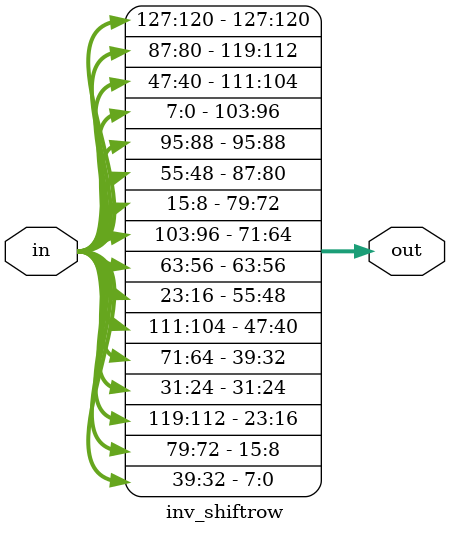
<source format=v>
module inv_shiftrow(in,out);
input [127:0] in;
output reg [127:0] out;
integer i;
always @(in)
begin

     {out[127:120],out[95:88],out[63:56],out[31:24]} = {in[127:120],in[95:88],in[63:56],in[31:24]};
     {out[119:112],out[87:80],out[55:48],out[23:16]} = {in[87:80],in[55:48],in[23:16],in[119:112]};
     {out[111:104],out[79:72],out[47:40],out[15:8]} =  {in[47:40],in[15:8],in[111:104],in[79:72]};
     {out[103:96],out[71:64],out[39:32],out[7:0]} =    {in[7:0],in[103:96],in[71:64],in[39:32]};
$display("%m:::Shift Rows Out:%h",out);
end

endmodule

</source>
